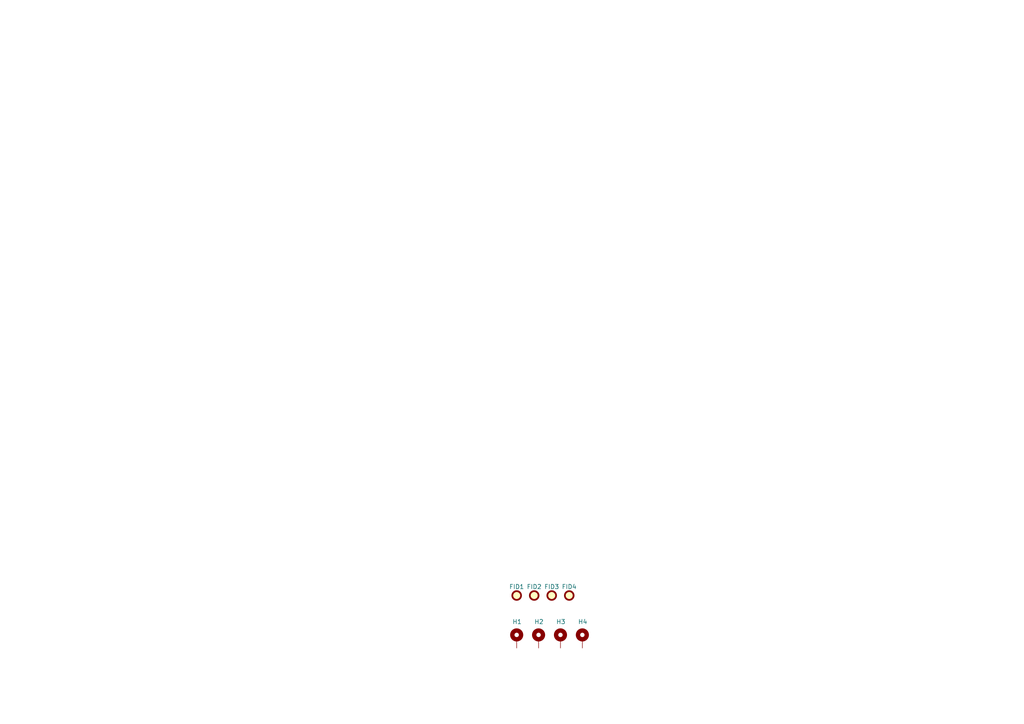
<source format=kicad_sch>
(kicad_sch (version 20230121) (generator eeschema)
  (paper "A4")
  (title_block (title "${boardName}") (rev "1.0") (comment 8 "${reference}") (comment 9 "David Bozec"))
  (lib_symbols
    (symbol "Mechanical:Fiducial"
      (property "Reference" "FID" (at 0 5.08 0))
      (property "Value" "Fiducial" (at 0 3.175 0))
      (symbol "Fiducial_0_1"
        (circle (center 0 0) (radius 1.27) (stroke (width 0.508)) (fill (type background)))
      )
    )
    (symbol "Mechanical:MountingHole_Pad" (pin_numbers hide) (pin_names (offset 1.016) hide)
      (property "Reference" "H" (at 0 6.35 0))
      (property "Value" "MountingHole_Pad" (at 0 4.445 0))
      (symbol "MountingHole_Pad_0_1"
        (circle (center 0 1.27) (radius 1.27) (stroke (width 1.27)))
      )
      (symbol "MountingHole_Pad_1_1"
        (pin input line (at 0 -2.54 90) (length 2.54) (name "1") (number "1"))
      )
    )
  )
  (symbol (lib_id "Mechanical:MountingHole_Pad") (at 162.56 185.42 0) (unit 1)
    (property "Reference" "H3" (at 161.29 180.34 0) (effects (justify left)))
    (property "Value" "J" (effects hide))
    (property "Footprint" "MountingHole:MountingHole_4mm_Pad_Via" (effects hide))
  )
  (symbol (lib_id "Mechanical:Fiducial") (at 165.1 172.72 0) (unit 1)
    (property "Reference" "FID4" (at 165.1 170.18 0))
    (property "Value" "Fiducial" (effects hide))
    (property "Footprint" "Fiducial:Fiducial_1mm_Mask2mm" (effects hide))
  )
  (symbol (lib_id "Mechanical:MountingHole_Pad") (at 168.91 185.42 0) (unit 1)
    (property "Reference" "H4" (at 167.64 180.34 0) (effects (justify left)))
    (property "Value" "H" (effects hide))
    (property "Footprint" "MountingHole:MountingHole_4mm_Pad_Via" (effects hide))
  )
  (symbol (lib_id "Mechanical:MountingHole_Pad") (at 149.86 185.42 0) (unit 1)
    (property "Reference" "H1" (at 148.59 180.34 0) (effects (justify left)))
    (property "Value" "C" (effects hide))
    (property "Footprint" "MountingHole:MountingHole_4mm_Pad_Via" (effects hide))
  )
  (symbol (lib_id "Mechanical:Fiducial") (at 160.02 172.72 0) (unit 1)
    (property "Reference" "FID3" (at 160.02 170.18 0))
    (property "Value" "Fiducial" (effects hide))
    (property "Footprint" "Fiducial:Fiducial_1mm_Mask2mm" (effects hide))
  )
  (symbol (lib_id "Mechanical:Fiducial") (at 149.86 172.72 0) (unit 1)
    (property "Reference" "FID1" (at 149.86 170.18 0))
    (property "Value" "Fiducial" (effects hide))
    (property "Footprint" "Fiducial:Fiducial_1mm_Mask2mm" (effects hide))
  )
  (symbol (lib_id "Mechanical:MountingHole_Pad") (at 156.21 185.42 0) (unit 1)
    (property "Reference" "H2" (at 154.94 180.34 0) (effects (justify left)))
    (property "Value" "F" (effects hide))
    (property "Footprint" "MountingHole:MountingHole_4mm_Pad_Via" (effects hide))
  )
  (symbol (lib_id "Mechanical:Fiducial") (at 154.94 172.72 0) (unit 1)
    (property "Reference" "FID2" (at 154.94 170.18 0))
    (property "Value" "Fiducial" (effects hide))
    (property "Footprint" "Fiducial:Fiducial_1mm_Mask2mm" (effects hide))
  )
)
</source>
